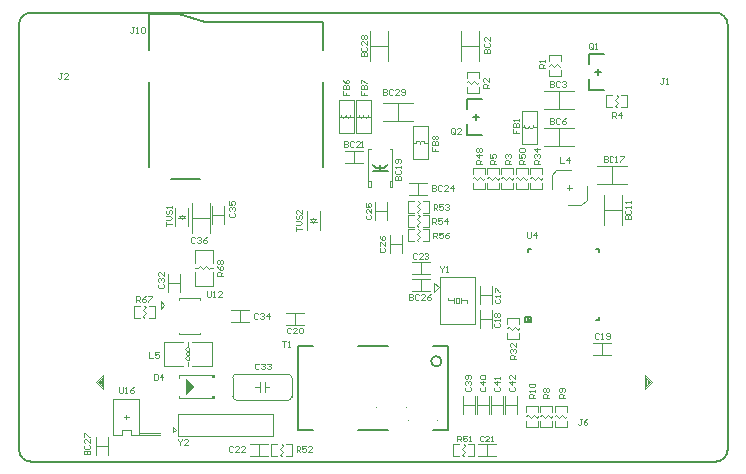
<source format=gto>
%FSLAX44Y44*%
%MOMM*%
G71*
G01*
G75*
%ADD10R,1.5000X0.4000*%
%ADD11R,0.6000X0.5000*%
%ADD12R,1.2000X1.6000*%
%ADD13R,0.5000X0.6000*%
%ADD14R,1.3970X1.3970*%
%ADD15R,1.2700X0.5080*%
%ADD16R,1.0160X0.8890*%
%ADD17R,0.8890X1.0160*%
%ADD18P,1.8385X4X90.0*%
%ADD19R,0.7000X0.6000*%
%ADD20R,1.4000X0.6000*%
%ADD21R,0.8000X1.6000*%
%ADD22R,1.2500X0.3000*%
%ADD23R,1.2000X1.4000*%
%ADD24R,1.2000X2.2000*%
%ADD25R,1.6000X1.4000*%
%ADD26R,1.1000X1.4000*%
%ADD27R,0.7000X1.6000*%
%ADD28R,1.0668X0.8128*%
G04:AMPARAMS|DCode=29|XSize=0.22mm|YSize=0.8mm|CornerRadius=0mm|HoleSize=0mm|Usage=FLASHONLY|Rotation=180.000|XOffset=0mm|YOffset=0mm|HoleType=Round|Shape=RoundedRectangle|*
%AMROUNDEDRECTD29*
21,1,0.2200,0.8000,0,0,180.0*
21,1,0.2200,0.8000,0,0,180.0*
1,1,0.0000,-0.1100,0.4000*
1,1,0.0000,0.1100,0.4000*
1,1,0.0000,0.1100,-0.4000*
1,1,0.0000,-0.1100,-0.4000*
%
%ADD29ROUNDEDRECTD29*%
%ADD30R,4.3000X4.3000*%
G04:AMPARAMS|DCode=31|XSize=0.22mm|YSize=0.8mm|CornerRadius=0mm|HoleSize=0mm|Usage=FLASHONLY|Rotation=270.000|XOffset=0mm|YOffset=0mm|HoleType=Round|Shape=RoundedRectangle|*
%AMROUNDEDRECTD31*
21,1,0.2200,0.8000,0,0,270.0*
21,1,0.2200,0.8000,0,0,270.0*
1,1,0.0000,-0.4000,-0.1100*
1,1,0.0000,-0.4000,0.1100*
1,1,0.0000,0.4000,0.1100*
1,1,0.0000,0.4000,-0.1100*
%
%ADD31ROUNDEDRECTD31*%
%ADD32R,0.8128X0.8128*%
%ADD33R,0.7600X1.5200*%
%ADD34R,1.2954X1.6002*%
%ADD35R,1.2000X1.2500*%
%ADD36R,2.4000X1.2500*%
%ADD37C,0.4000*%
%ADD38C,0.2000*%
%ADD39C,0.1270*%
%ADD40C,0.2540*%
%ADD41C,0.6000*%
%ADD42C,0.3000*%
%ADD43R,1.3000X1.2000*%
%ADD44C,0.0254*%
%ADD45C,1.5240*%
%ADD46R,1.5240X1.5240*%
G04:AMPARAMS|DCode=47|XSize=4mm|YSize=4mm|CornerRadius=2mm|HoleSize=0mm|Usage=FLASHONLY|Rotation=0.000|XOffset=0mm|YOffset=0mm|HoleType=Round|Shape=RoundedRectangle|*
%AMROUNDEDRECTD47*
21,1,4.0000,0.0000,0,0,0.0*
21,1,0.0000,4.0000,0,0,0.0*
1,1,4.0000,0.0000,0.0000*
1,1,4.0000,0.0000,0.0000*
1,1,4.0000,0.0000,0.0000*
1,1,4.0000,0.0000,0.0000*
%
%ADD47ROUNDEDRECTD47*%
%ADD48C,0.5000*%
%ADD49C,4.4000*%
%ADD50C,3.6000*%
%ADD51C,0.8000*%
%ADD52R,0.7250X2.3500*%
%ADD53P,1.8385X4X180.0*%
%ADD54R,0.8128X0.8128*%
%ADD55R,1.1000X0.5000*%
%ADD56R,0.6000X0.3500*%
%ADD57R,0.3500X0.6000*%
%ADD58R,0.3500X1.0000*%
%ADD59R,2.1500X6.3000*%
G04:AMPARAMS|DCode=60|XSize=2mm|YSize=2mm|CornerRadius=0mm|HoleSize=0mm|Usage=FLASHONLY|Rotation=180.000|XOffset=0mm|YOffset=0mm|HoleType=Round|Shape=RoundedRectangle|*
%AMROUNDEDRECTD60*
21,1,2.0000,2.0000,0,0,180.0*
21,1,2.0000,2.0000,0,0,180.0*
1,1,0.0000,-1.0000,1.0000*
1,1,0.0000,1.0000,1.0000*
1,1,0.0000,1.0000,-1.0000*
1,1,0.0000,-1.0000,-1.0000*
%
%ADD60ROUNDEDRECTD60*%
%ADD61R,1.3970X1.3970*%
%ADD62R,1.6000X2.2000*%
%ADD63R,2.1000X3.0000*%
%ADD64R,0.8000X2.1000*%
%ADD65R,1.0000X1.5000*%
%ADD66R,1.5000X0.8000*%
%ADD67R,0.7500X0.2000*%
%ADD68R,0.2000X0.7500*%
%ADD69R,0.5000X1.1000*%
%ADD70R,2.0320X0.6096*%
%ADD71O,2.0320X0.6096*%
%ADD72R,1.6000X1.2000*%
%ADD73C,0.8000*%
%ADD74R,1.9250X2.3500*%
%ADD75C,4.0000*%
%ADD76C,0.1200*%
%ADD77C,0.1250*%
%ADD78C,0.1524*%
%ADD79C,0.2032*%
%ADD80C,0.1000*%
G36*
X-151313Y-126717D02*
X-158250Y-133654D01*
Y-119779D01*
X-151313Y-126717D01*
D02*
G37*
D38*
X289941Y-190000D02*
G03*
X299941Y-180000I0J10000D01*
G01*
Y180000D02*
G03*
X289941Y190000I-10000J0D01*
G01*
X-300000Y-180000D02*
G03*
X-290000Y-190000I10000J0D01*
G01*
Y190000D02*
G03*
X-300000Y180000I0J-10000D01*
G01*
Y-180000D02*
Y180000D01*
X-290000Y-190000D02*
X289941Y-190000D01*
X300000Y-180000D02*
Y180000D01*
X-290000Y190000D02*
X289941Y190000D01*
X128428Y-67500D02*
X133178D01*
Y-72250D02*
Y-67500D01*
X130678Y-70000D02*
X133178D01*
X188178D02*
X190678D01*
Y-67500D01*
Y-12500D02*
Y-10000D01*
X188178D02*
X190678D01*
X130678Y-12500D02*
Y-10000D01*
X133178D01*
X130678Y-70000D02*
Y-67500D01*
X128428Y-72250D02*
Y-67500D01*
Y-72250D02*
X133178D01*
X-290000Y190000D02*
G03*
X-300000Y180000I0J-10000D01*
G01*
Y-180000D02*
G03*
X-290000Y-190000I10000J0D01*
G01*
X299941Y180000D02*
G03*
X289941Y190000I-10000J0D01*
G01*
Y-190000D02*
G03*
X299941Y-180000I0J10000D01*
G01*
X-290000Y190000D02*
X289941Y190000D01*
X-290000Y-190000D02*
X289941Y-190000D01*
X-300000Y-180000D02*
Y180000D01*
X300000Y-180000D02*
Y180000D01*
D39*
X57726Y-105140D02*
G03*
X57726Y-105140I-4387J0D01*
G01*
X-146883Y48951D02*
Y49471D01*
X-171353D02*
X-146883D01*
X-171353Y48951D02*
Y49471D01*
Y48951D02*
X-146883D01*
X-189629Y59448D02*
Y131448D01*
Y158448D02*
Y189188D01*
X-164629D01*
X-142629Y182188D01*
X-42629D01*
Y158448D02*
Y182188D01*
Y59448D02*
Y131448D01*
D44*
X28993Y-154584D02*
X29000D01*
X2493Y-143984D02*
X2500D01*
X27493D02*
X27500D01*
X53993Y-154584D02*
X54000D01*
D76*
X-119000Y-135000D02*
G03*
X-116000Y-138000I3000J0D01*
G01*
X-72000D02*
G03*
X-69000Y-135000I0J3000D01*
G01*
Y-119000D02*
G03*
X-72000Y-116000I-3000J0D01*
G01*
X-116000D02*
G03*
X-119000Y-119000I0J-3000D01*
G01*
X-198250Y-166250D02*
X-180250D01*
X-198250Y-167250D02*
X-180250D01*
X-220000D02*
Y-137250D01*
X-198250D01*
Y-167250D02*
Y-137250D01*
X-205000Y-167250D02*
X-198250D01*
X-205000D02*
Y-163250D01*
X-213000D02*
X-205000D01*
X-213000Y-167250D02*
Y-163250D01*
X-220000Y-167250D02*
X-213000D01*
X-211000Y-152250D02*
X-207000D01*
X-209000Y-154250D02*
Y-150250D01*
X-100000Y-127000D02*
X-96000D01*
X-92000D02*
X-88000D01*
X-92000Y-131000D02*
Y-123000D01*
X-96000Y-131000D02*
Y-123000D01*
X-119000Y-135000D02*
Y-119000D01*
X-116000Y-138000D02*
X-72000D01*
X-69000Y-135000D02*
Y-119000D01*
X-116000Y-116000D02*
X-72000D01*
X181000Y43000D02*
X181000Y31750D01*
X176250Y27000D02*
X181000Y31750D01*
X164750Y27000D02*
X176250Y27000D01*
X166000Y40000D02*
Y44000D01*
X164000Y42000D02*
X168000D01*
X151000Y41000D02*
Y53000D01*
X155000Y57000D02*
X167000D01*
X151000Y53000D02*
X155000Y57000D01*
X230200Y-128750D02*
X236200Y-122750D01*
X230200Y-128750D02*
Y-116750D01*
X236200Y-122750D01*
X231200Y-126250D02*
X234700Y-122750D01*
X231200Y-126250D02*
Y-119250D01*
X234700Y-122750D01*
X232200Y-123750D02*
X233200Y-122750D01*
X232200Y-123750D02*
Y-121750D01*
X233200Y-122750D01*
X86236Y-73611D02*
Y-33612D01*
X56236Y-73611D02*
X86236D01*
X56236D02*
Y-33612D01*
X86236D01*
X68236Y-55612D02*
Y-51611D01*
X70236Y-55612D02*
Y-51611D01*
Y-55612D02*
X72236D01*
Y-51611D01*
X70236D02*
X72236D01*
X74236Y-55612D02*
Y-51611D01*
X51236Y-38612D02*
X55236Y-42611D01*
X51236Y-46611D02*
Y-38612D01*
Y-46611D02*
X55236Y-42611D01*
X63236Y-53611D02*
X68236D01*
X63236D02*
Y-51611D01*
X74236Y-53611D02*
X79236D01*
Y-55612D02*
Y-53611D01*
X86236Y-73611D02*
Y-33612D01*
X56236Y-73611D02*
X86236D01*
X56236D02*
Y-33612D01*
X86236D01*
X-234950Y-122500D02*
X-228950Y-116500D01*
Y-128500D02*
Y-116500D01*
X-234950Y-122500D02*
X-228950Y-128500D01*
X-233450Y-122500D02*
X-229950Y-119000D01*
Y-126000D02*
Y-119000D01*
X-233450Y-122500D02*
X-229950Y-126000D01*
X-231950Y-122500D02*
X-230950Y-121500D01*
Y-123500D02*
Y-121500D01*
X-231950Y-122500D02*
X-230950Y-123500D01*
D77*
X-155204Y-102810D02*
G03*
X-155204Y-102810I-1796J0D01*
G01*
Y-99000D02*
G03*
X-155204Y-99000I-1796J0D01*
G01*
Y-95190D02*
G03*
X-155204Y-95190I-1796J0D01*
G01*
X43809Y78728D02*
G03*
X40000Y78731I-1904J637D01*
G01*
X39999Y78728D02*
G03*
X36190Y78731I-1904J637D01*
G01*
X-26809Y103272D02*
G03*
X-23000Y103269I1904J-637D01*
G01*
X-22999Y103272D02*
G03*
X-19190Y103269I1904J-637D01*
G01*
X-11809Y103272D02*
G03*
X-8000Y103269I1904J-637D01*
G01*
X-7999Y103272D02*
G03*
X-4190Y103269I1904J-637D01*
G01*
X132001Y94272D02*
G03*
X135810Y94269I1904J-637D01*
G01*
X128191Y94272D02*
G03*
X132000Y94269I1904J-637D01*
G01*
X-163920Y-39000D02*
Y-31380D01*
X-174080Y-39000D02*
X-163920D01*
X-174080D02*
Y-31380D01*
X-163920Y-46620D02*
Y-39000D01*
X-174080D02*
X-163920D01*
X-174080Y-46620D02*
Y-39000D01*
X-120620Y-61920D02*
X-113000D01*
Y-72080D02*
Y-61920D01*
X-120620Y-72080D02*
X-113000D01*
Y-61920D02*
X-105380D01*
X-113000Y-72080D02*
Y-61920D01*
Y-72080D02*
X-105380D01*
X-177320Y-109160D02*
X-160810D01*
X-177320D02*
Y-88840D01*
X-160810D01*
X-153190D02*
X-136680D01*
Y-109160D02*
Y-88840D01*
X-153190Y-109160D02*
X-136680D01*
X-157000Y-92650D02*
Y-88840D01*
Y-109160D02*
Y-105350D01*
X-202890Y-57920D02*
X-197810D01*
X-202890Y-68080D02*
Y-57920D01*
Y-68080D02*
X-197810D01*
X-190190Y-57920D02*
X-185110D01*
Y-68080D02*
Y-57920D01*
X-190190Y-68080D02*
X-185110D01*
X-194000Y-57920D02*
X-192730Y-59190D01*
X-195270Y-61730D02*
X-192730Y-59190D01*
X-195270Y-61730D02*
X-192730Y-64270D01*
X-195270Y-66810D02*
X-192730Y-64270D01*
X-195270Y-66810D02*
X-194000Y-68080D01*
X-164890Y-53030D02*
Y-51760D01*
X-147110D01*
Y-53030D02*
Y-51760D01*
X-164890Y-82240D02*
Y-80970D01*
Y-82240D02*
X-147110D01*
Y-80970D01*
X-180000Y-60500D02*
X-177000Y-57500D01*
X-180000Y-60500D02*
Y-54500D01*
X-177000Y-57500D01*
X210620Y10300D02*
Y35700D01*
X195380Y10300D02*
Y35700D01*
Y23000D02*
X210620D01*
X144300Y77380D02*
X169700D01*
X144300Y92620D02*
X169700D01*
X157000Y77380D02*
Y92620D01*
X189300Y45380D02*
X214700D01*
X189300Y60620D02*
X214700D01*
X202000Y45380D02*
Y60620D01*
X-164270Y18000D02*
X-159730D01*
X-164270D02*
X-162000Y15730D01*
X-159730Y18000D01*
X-167500Y9000D02*
Y25000D01*
X-156500Y9000D02*
Y25000D01*
X-165000Y16000D02*
X-159000D01*
X-162033Y15000D02*
Y16000D01*
X-162000Y18000D02*
Y19000D01*
X-153620Y16000D02*
X-138380D01*
Y3300D02*
Y28700D01*
X-153620Y3300D02*
Y28700D01*
X-66000Y-74080D02*
X-58380D01*
X-66000D02*
Y-63920D01*
X-58380D01*
X-73620Y-74080D02*
X-66000D01*
Y-63920D01*
X-73620D02*
X-66000D01*
X-165000Y-150000D02*
X-85000D01*
Y-168000D02*
Y-150000D01*
X-165000Y-168000D02*
X-85000D01*
X-165000D02*
Y-150000D01*
X-170000Y-161000D02*
X-167000Y-163000D01*
X-170000Y-165000D02*
Y-161000D01*
Y-165000D02*
X-167000Y-163000D01*
X89350Y148800D02*
Y174200D01*
X74110Y148800D02*
Y174200D01*
Y161500D02*
X89350D01*
X-16708Y62648D02*
X-9088D01*
X-16708D02*
Y72808D01*
X-9088D01*
X-24328Y62648D02*
X-16708D01*
Y72808D01*
X-24328D02*
X-16708D01*
X32448Y-20731D02*
X40068D01*
Y-30891D02*
Y-20731D01*
X32448Y-30891D02*
X40068D01*
Y-20731D02*
X47688D01*
X40068Y-30891D02*
Y-20731D01*
Y-30891D02*
X47688D01*
X13812Y-13487D02*
Y-5867D01*
X23972D01*
Y-13487D02*
Y-5867D01*
X13812D02*
Y1753D01*
Y-5867D02*
X23972D01*
Y1753D01*
X41861Y-3661D02*
X46941D01*
Y6499D01*
X41861D02*
X46941D01*
X29161Y-3661D02*
X34241D01*
X29161D02*
Y6499D01*
X34241D01*
X36781Y-2392D02*
X38051Y-3661D01*
X36781Y-2392D02*
X39321Y148D01*
X36781Y2688D02*
X39321Y148D01*
X36781Y2688D02*
X39321Y5228D01*
X38051Y6499D02*
X39321Y5228D01*
X75183Y-184284D02*
X76453Y-185554D01*
X75183Y-184284D02*
X77723Y-181744D01*
X75183Y-179204D02*
X77723Y-181744D01*
X75183Y-179204D02*
X77723Y-176664D01*
X76453Y-175394D02*
X77723Y-176664D01*
X80263Y-185554D02*
X85343D01*
Y-175394D01*
X80263D02*
X85343D01*
X67563Y-185554D02*
X72643D01*
X67563D02*
Y-175394D01*
X72643D01*
X88380D02*
X96000D01*
Y-185554D02*
Y-175394D01*
X88380Y-185554D02*
X96000D01*
Y-175394D02*
X103620D01*
X96000Y-185554D02*
Y-175394D01*
Y-185554D02*
X103620D01*
X-77553Y-175394D02*
X-76283Y-176664D01*
X-78823Y-179204D02*
X-76283Y-176664D01*
X-78823Y-179204D02*
X-76283Y-181744D01*
X-78823Y-184284D02*
X-76283Y-181744D01*
X-78823Y-184284D02*
X-77553Y-185554D01*
X-86443Y-175394D02*
X-81363D01*
X-86443Y-185554D02*
Y-175394D01*
Y-185554D02*
X-81363D01*
X-73743Y-175394D02*
X-68663D01*
Y-185554D02*
Y-175394D01*
X-73743Y-185554D02*
X-68663D01*
X-97100D02*
X-89480D01*
X-97100D02*
Y-175394D01*
X-89480D01*
X-104720Y-185554D02*
X-97100D01*
Y-175394D01*
X-104720D02*
X-97100D01*
X130810Y53540D02*
Y58620D01*
X120650D02*
X130810D01*
X120650Y53540D02*
Y58620D01*
X130810Y40840D02*
Y45920D01*
X120650Y40840D02*
X130810D01*
X120650D02*
Y45920D01*
X129540Y48460D02*
X130810Y49730D01*
X127000Y51000D02*
X129540Y48460D01*
X124460D02*
X127000Y51000D01*
X121920D02*
X124460Y48460D01*
X120650Y49730D02*
X121920Y51000D01*
X84402Y40840D02*
Y45920D01*
Y40840D02*
X94562D01*
Y45920D01*
X84402Y53540D02*
Y58620D01*
X94562D01*
Y53540D02*
Y58620D01*
X84402Y49730D02*
X85672Y51000D01*
X88212Y48460D01*
X90752Y51000D01*
X93292Y48460D01*
X94562Y49730D01*
X123436Y-73190D02*
Y-68110D01*
X113276D02*
X123436D01*
X113276Y-73190D02*
Y-68110D01*
X123436Y-85890D02*
Y-80810D01*
X113276Y-85890D02*
X123436D01*
X113276D02*
Y-80810D01*
X122166Y-78270D02*
X123436Y-77000D01*
X119626Y-75730D02*
X122166Y-78270D01*
X117086D02*
X119626Y-75730D01*
X114546D02*
X117086Y-78270D01*
X113276Y-77000D02*
X114546Y-75730D01*
X96344Y40840D02*
Y45920D01*
Y40840D02*
X106504D01*
Y45920D01*
X96344Y53540D02*
Y58620D01*
X106504D01*
Y53540D02*
Y58620D01*
X96344Y49730D02*
X97614Y51000D01*
X100154Y48460D01*
X102694Y51000D01*
X105234Y48460D01*
X106504Y49730D01*
X108364Y40840D02*
Y45920D01*
Y40840D02*
X118524D01*
Y45920D01*
X108364Y53540D02*
Y58620D01*
X118524D01*
Y53540D02*
Y58620D01*
X108364Y49730D02*
X109634Y51000D01*
X112174Y48460D01*
X114714Y51000D01*
X117254Y48460D01*
X118524Y49730D01*
X100210Y-69121D02*
Y-61501D01*
X90050Y-69121D02*
X100210D01*
X90050D02*
Y-61501D01*
X100210Y-76741D02*
Y-69121D01*
X90050D02*
X100210D01*
X90050Y-76741D02*
Y-69121D01*
X89969Y-56686D02*
Y-49066D01*
X100129D01*
Y-56686D02*
Y-49066D01*
X89969D02*
Y-41446D01*
Y-49066D02*
X100129D01*
Y-41446D01*
X132717Y40840D02*
Y45920D01*
Y40840D02*
X142877D01*
Y45920D01*
X132717Y53540D02*
Y58620D01*
X142877D01*
Y53540D02*
Y58620D01*
X132717Y49730D02*
X133987Y51000D01*
X136527Y48460D01*
X139067Y51000D01*
X141607Y48460D01*
X142877Y49730D01*
X-235080Y-184620D02*
Y-177000D01*
X-224920D01*
Y-184620D02*
Y-177000D01*
X-235080D02*
Y-169380D01*
Y-177000D02*
X-224920D01*
Y-169380D01*
X-126188Y19106D02*
Y26726D01*
X-136348Y19106D02*
X-126188D01*
X-136348D02*
Y26726D01*
X-126188Y11486D02*
Y19106D01*
X-136348D02*
X-126188D01*
X-136348Y11486D02*
Y19106D01*
X-51000Y15000D02*
Y16000D01*
X-51033Y12000D02*
Y13000D01*
X-54000D02*
X-48000D01*
X-45500Y6000D02*
Y22000D01*
X-56500Y6000D02*
Y22000D01*
X-51000Y12730D02*
X-48730Y15000D01*
X-53270D02*
X-51000Y12730D01*
X-53270Y15000D02*
X-48730D01*
X194000Y-100080D02*
X201620D01*
X194000D02*
Y-89920D01*
X201620D01*
X186380Y-100080D02*
X194000D01*
Y-89920D01*
X186380D02*
X194000D01*
X206000Y120080D02*
X207270Y118810D01*
X204730Y116270D02*
X207270Y118810D01*
X204730Y116270D02*
X207270Y113730D01*
X204730Y111190D02*
X207270Y113730D01*
X204730Y111190D02*
X206000Y109920D01*
X197110Y120080D02*
X202190D01*
X197110Y109920D02*
Y120080D01*
Y109920D02*
X202190D01*
X209810Y120080D02*
X214890D01*
Y109920D02*
Y120080D01*
X209810Y109920D02*
X214890D01*
X11252Y21990D02*
Y29610D01*
X1092Y21990D02*
X11252D01*
X1092D02*
Y29610D01*
X11252Y14370D02*
Y21990D01*
X1092D02*
X11252D01*
X1092Y14370D02*
Y21990D01*
X33650Y69840D02*
Y93970D01*
X46350D01*
Y66030D02*
Y93970D01*
X33650Y66030D02*
X46350D01*
X33650D02*
Y69840D01*
X43810Y80000D02*
X46000D01*
X34000D02*
X36190D01*
X141360Y-160700D02*
Y-155620D01*
Y-160700D02*
X151520D01*
Y-155620D01*
X141360Y-148000D02*
Y-142920D01*
X151520D01*
Y-148000D02*
Y-142920D01*
X141360Y-151810D02*
X142630Y-150540D01*
X145170Y-153080D01*
X147710Y-150540D01*
X150250Y-153080D01*
X151520Y-151810D01*
X129360Y-160700D02*
Y-155620D01*
Y-160700D02*
X139520D01*
Y-155620D01*
X129360Y-148000D02*
Y-142920D01*
X139520D01*
Y-148000D02*
Y-142920D01*
X129360Y-151810D02*
X130630Y-150540D01*
X133170Y-153080D01*
X135710Y-150540D01*
X138250Y-153080D01*
X139520Y-151810D01*
X153530Y-160700D02*
Y-155620D01*
Y-160700D02*
X163690D01*
Y-155620D01*
X153530Y-148000D02*
Y-142920D01*
X163690D01*
Y-148000D02*
Y-142920D01*
X153530Y-151810D02*
X154800Y-150540D01*
X157340Y-153080D01*
X159880Y-150540D01*
X162420Y-153080D01*
X163690Y-151810D01*
X36781Y9852D02*
X38051Y8582D01*
X36781Y9852D02*
X39321Y12392D01*
X36781Y14932D02*
X39321Y12392D01*
X36781Y14932D02*
X39321Y17472D01*
X38051Y18742D02*
X39321Y17472D01*
X41861Y8582D02*
X46941D01*
Y18742D01*
X41861D02*
X46941D01*
X29161Y8582D02*
X34241D01*
X29161D02*
Y18742D01*
X34241D01*
X36633Y21683D02*
X37903Y20413D01*
X36633Y21683D02*
X39173Y24223D01*
X36633Y26763D02*
X39173Y24223D01*
X36633Y26763D02*
X39173Y29303D01*
X37903Y30573D02*
X39173Y29303D01*
X41713Y20413D02*
X46793D01*
Y30573D01*
X41713D02*
X46793D01*
X29013Y20413D02*
X34093D01*
X29013D02*
Y30573D01*
X34093D01*
X30380Y46080D02*
X38000D01*
Y35920D02*
Y46080D01*
X30380Y35920D02*
X38000D01*
Y46080D02*
X45620D01*
X38000Y35920D02*
Y46080D01*
Y35920D02*
X45620D01*
X32448Y-35437D02*
X40068D01*
Y-45597D02*
Y-35437D01*
X32448Y-45597D02*
X40068D01*
Y-35437D02*
X47688D01*
X40068Y-45597D02*
Y-35437D01*
Y-45597D02*
X47688D01*
X89080Y134810D02*
Y139890D01*
X78920D02*
X89080D01*
X78920Y134810D02*
Y139890D01*
X89080Y122110D02*
Y127190D01*
X78920Y122110D02*
X89080D01*
X78920D02*
Y127190D01*
X87810Y129730D02*
X89080Y131000D01*
X85270Y132270D02*
X87810Y129730D01*
X82730D02*
X85270Y132270D01*
X80190D02*
X82730Y129730D01*
X78920Y131000D02*
X80190Y132270D01*
X159080Y148810D02*
Y153890D01*
X148920D02*
X159080D01*
X148920Y148810D02*
Y153890D01*
X159080Y136110D02*
Y141190D01*
X148920Y136110D02*
X159080D01*
X148920D02*
Y141190D01*
X157810Y143730D02*
X159080Y145000D01*
X155270Y146270D02*
X157810Y143730D01*
X152730D02*
X155270Y146270D01*
X150190D02*
X152730Y143730D01*
X148920Y145000D02*
X150190Y146270D01*
X-16650Y88030D02*
Y112160D01*
X-29350Y88030D02*
X-16650D01*
X-29350D02*
Y115970D01*
X-16650D01*
Y112160D02*
Y115970D01*
X-29000Y102000D02*
X-26810D01*
X-19190D02*
X-17000D01*
X-1650Y88030D02*
Y112160D01*
X-14350Y88030D02*
X-1650D01*
X-14350D02*
Y115970D01*
X-1650D01*
Y112160D02*
Y115970D01*
X-14000Y102000D02*
X-11810D01*
X-4190D02*
X-2000D01*
X8300Y98380D02*
X33700D01*
X8300Y113620D02*
X33700D01*
X21000Y98380D02*
Y113620D01*
X13812Y42368D02*
X15811D01*
Y74367D01*
X13812D02*
X15811D01*
X-4189D02*
X-2190D01*
X-4189Y42368D02*
Y74367D01*
Y42368D02*
X-2190D01*
X13812D02*
Y47366D01*
X15811D01*
Y42368D02*
Y47366D01*
X13812Y42368D02*
X15811D01*
X-4189D02*
Y47366D01*
X-2190D01*
Y42368D02*
Y47366D01*
X-4189Y42368D02*
X-2190D01*
X157000Y108380D02*
Y123620D01*
X144300Y108380D02*
X169700D01*
X144300Y123620D02*
X169700D01*
X86080Y-142000D02*
Y-134380D01*
X75920Y-142000D02*
X86080D01*
X75920D02*
Y-134380D01*
X86080Y-149620D02*
Y-142000D01*
X75920D02*
X86080D01*
X75920Y-149620D02*
Y-142000D01*
X98080D02*
Y-134380D01*
X87920Y-142000D02*
X98080D01*
X87920D02*
Y-134380D01*
X98080Y-149620D02*
Y-142000D01*
X87920D02*
X98080D01*
X87920Y-149620D02*
Y-142000D01*
X110080D02*
Y-134380D01*
X99920Y-142000D02*
X110080D01*
X99920D02*
Y-134380D01*
X110080Y-149620D02*
Y-142000D01*
X99920D02*
X110080D01*
X99920Y-149620D02*
Y-142000D01*
X122080D02*
Y-134380D01*
X111920Y-142000D02*
X122080D01*
X111920D02*
Y-134380D01*
X122080Y-149620D02*
Y-142000D01*
X111920D02*
X122080D01*
X111920Y-149620D02*
Y-142000D01*
X-136750Y-118717D02*
X-134500D01*
X-136750Y-134717D02*
X-134500D01*
X-135500Y-136217D02*
Y-134717D01*
X-135500Y-118717D02*
X-135500Y-116967D01*
X-164500Y-136467D02*
X-134500D01*
X-164500Y-116967D02*
X-134500D01*
Y-118717D02*
Y-116967D01*
Y-136467D02*
Y-134717D01*
X-136750Y-118717D02*
X-136750Y-116967D01*
Y-136217D02*
Y-134717D01*
X-164500Y-118967D02*
Y-116967D01*
Y-136467D02*
Y-134467D01*
X12620Y148800D02*
Y174200D01*
X-2620Y148800D02*
Y174200D01*
Y161500D02*
X12620D01*
X-135380Y-22190D02*
Y-10760D01*
X-150620D02*
X-135380D01*
X-150620Y-22190D02*
Y-10760D01*
X-135380Y-41240D02*
Y-29810D01*
X-150620Y-41240D02*
X-135380D01*
X-150620D02*
Y-29810D01*
X-137920Y-26000D02*
X-135380D01*
X-139190Y-27270D02*
X-137920Y-26000D01*
X-141730Y-24730D02*
X-139190Y-27270D01*
X-144270D02*
X-141730Y-24730D01*
X-146810D02*
X-144270Y-27270D01*
X-148080Y-26000D02*
X-146810Y-24730D01*
X-150620Y-26000D02*
X-148080D01*
X135810Y93000D02*
X138000D01*
X126000D02*
X128190D01*
X138350Y103160D02*
Y106970D01*
X125650D02*
X138350D01*
X125650Y79030D02*
Y106970D01*
Y79030D02*
X138350D01*
Y103160D01*
D78*
X-697Y61074D02*
G03*
X12206Y61193I6408J4789D01*
G01*
X5711Y58499D02*
Y61117D01*
X-639Y55705D02*
X12061D01*
D79*
X87076Y99447D02*
Y104451D01*
X79456Y86709D02*
Y95599D01*
Y108299D02*
Y117189D01*
X84574Y101949D02*
X89578D01*
X79456Y86709D02*
X92156D01*
X79456Y117189D02*
X92156D01*
X190076Y137447D02*
Y142451D01*
X182456Y124709D02*
Y133599D01*
Y146299D02*
Y155189D01*
X187574Y139949D02*
X192578D01*
X182456Y124709D02*
X195156D01*
X182456Y155189D02*
X195156D01*
X63500Y-163550D02*
Y-92450D01*
X-12700Y-92440D02*
X12700D01*
X-63500Y-163550D02*
Y-92450D01*
X-12700Y-163560D02*
X12700D01*
X50800D02*
X63500Y-163550D01*
X-63500D02*
X-50800Y-163560D01*
X50800Y-92440D02*
X63500Y-92450D01*
X-63500D02*
X-50800Y-92440D01*
D80*
X115835Y-126668D02*
X115002Y-127501D01*
Y-129167D01*
X115835Y-130000D01*
X119167D01*
X120000Y-129167D01*
Y-127501D01*
X119167Y-126668D01*
X120000Y-122502D02*
X115002D01*
X117501Y-125002D01*
Y-121669D01*
X120000Y-116671D02*
Y-120003D01*
X116668Y-116671D01*
X115835D01*
X115002Y-117504D01*
Y-119170D01*
X115835Y-120003D01*
X102835Y-126668D02*
X102002Y-127501D01*
Y-129167D01*
X102835Y-130000D01*
X106167D01*
X107000Y-129167D01*
Y-127501D01*
X106167Y-126668D01*
X107000Y-122502D02*
X102002D01*
X104501Y-125002D01*
Y-121669D01*
X107000Y-120003D02*
Y-118337D01*
Y-119170D01*
X102002D01*
X102835Y-120003D01*
X90835Y-126668D02*
X90002Y-127501D01*
Y-129167D01*
X90835Y-130000D01*
X94167D01*
X95000Y-129167D01*
Y-127501D01*
X94167Y-126668D01*
X95000Y-122502D02*
X90002D01*
X92501Y-125002D01*
Y-121669D01*
X90835Y-120003D02*
X90002Y-119170D01*
Y-117504D01*
X90835Y-116671D01*
X94167D01*
X95000Y-117504D01*
Y-119170D01*
X94167Y-120003D01*
X90835D01*
X78835Y-126668D02*
X78002Y-127501D01*
Y-129167D01*
X78835Y-130000D01*
X82167D01*
X83000Y-129167D01*
Y-127501D01*
X82167Y-126668D01*
X78835Y-125002D02*
X78002Y-124169D01*
Y-122502D01*
X78835Y-121669D01*
X79668D01*
X80501Y-122502D01*
Y-123336D01*
Y-122502D01*
X81334Y-121669D01*
X82167D01*
X83000Y-122502D01*
Y-124169D01*
X82167Y-125002D01*
Y-120003D02*
X83000Y-119170D01*
Y-117504D01*
X82167Y-116671D01*
X78835D01*
X78002Y-117504D01*
Y-119170D01*
X78835Y-120003D01*
X79668D01*
X80501Y-119170D01*
Y-116671D01*
X56236Y-24113D02*
Y-24946D01*
X57903Y-26613D01*
X59569Y-24946D01*
Y-24113D01*
X57903Y-26613D02*
Y-29112D01*
X61235D02*
X62901D01*
X62068D01*
Y-24113D01*
X61235Y-24946D01*
X-215000Y-127002D02*
Y-131167D01*
X-214167Y-132000D01*
X-212501D01*
X-211668Y-131167D01*
Y-127002D01*
X-210002Y-132000D02*
X-208335D01*
X-209169D01*
Y-127002D01*
X-210002Y-127835D01*
X-202504Y-127002D02*
X-204170Y-127835D01*
X-205836Y-129501D01*
Y-131167D01*
X-205003Y-132000D01*
X-203337D01*
X-202504Y-131167D01*
Y-130334D01*
X-203337Y-129501D01*
X-205836D01*
X-141000Y-46002D02*
Y-50167D01*
X-140167Y-51000D01*
X-138501D01*
X-137668Y-50167D01*
Y-46002D01*
X-136002Y-51000D02*
X-134335D01*
X-135169D01*
Y-46002D01*
X-136002Y-46835D01*
X-128504Y-51000D02*
X-131836D01*
X-128504Y-47668D01*
Y-46835D01*
X-129337Y-46002D01*
X-131003D01*
X-131836Y-46835D01*
X130378Y4542D02*
Y377D01*
X131211Y-456D01*
X132877D01*
X133710Y377D01*
Y4542D01*
X137876Y-456D02*
Y4542D01*
X135376Y2043D01*
X138709D01*
X-65420Y5000D02*
Y8332D01*
Y6666D01*
X-60422D01*
X-65420Y9998D02*
X-62088D01*
X-60422Y11665D01*
X-62088Y13331D01*
X-65420D01*
X-64587Y18329D02*
X-65420Y17496D01*
Y15830D01*
X-64587Y14997D01*
X-63754D01*
X-62921Y15830D01*
Y17496D01*
X-62088Y18329D01*
X-61255D01*
X-60422Y17496D01*
Y15830D01*
X-61255Y14997D01*
X-60422Y23327D02*
Y19995D01*
X-63754Y23327D01*
X-64587D01*
X-65420Y22494D01*
Y20828D01*
X-64587Y19995D01*
X-175329Y9342D02*
Y12674D01*
Y11008D01*
X-170331D01*
X-175329Y14340D02*
X-171997D01*
X-170331Y16006D01*
X-171997Y17672D01*
X-175329D01*
X-174496Y22671D02*
X-175329Y21837D01*
Y20171D01*
X-174496Y19338D01*
X-173663D01*
X-172830Y20171D01*
Y21837D01*
X-171997Y22671D01*
X-171164D01*
X-170331Y21837D01*
Y20171D01*
X-171164Y19338D01*
X-170331Y24337D02*
Y26003D01*
Y25170D01*
X-175329D01*
X-174496Y24337D01*
X-77270Y-88160D02*
X-73938D01*
X-75604D01*
Y-93158D01*
X-72272D02*
X-70606D01*
X-71439D01*
Y-88160D01*
X-72272Y-88993D01*
X-200897Y-54949D02*
Y-49950D01*
X-198398D01*
X-197565Y-50783D01*
Y-52449D01*
X-198398Y-53283D01*
X-200897D01*
X-199231D02*
X-197565Y-54949D01*
X-192566Y-49950D02*
X-194233Y-50783D01*
X-195899Y-52449D01*
Y-54116D01*
X-195065Y-54949D01*
X-193399D01*
X-192566Y-54116D01*
Y-53283D01*
X-193399Y-52449D01*
X-195899D01*
X-190900Y-49950D02*
X-187568D01*
Y-50783D01*
X-190900Y-54116D01*
Y-54949D01*
X50588Y-1091D02*
Y3907D01*
X53087D01*
X53920Y3074D01*
Y1408D01*
X53087Y575D01*
X50588D01*
X52254D02*
X53920Y-1091D01*
X58919Y3907D02*
X55586D01*
Y1408D01*
X57252Y2241D01*
X58086D01*
X58919Y1408D01*
Y-258D01*
X58086Y-1091D01*
X56420D01*
X55586Y-258D01*
X63917Y3907D02*
X62251Y3074D01*
X60585Y1408D01*
Y-258D01*
X61418Y-1091D01*
X63084D01*
X63917Y-258D01*
Y575D01*
X63084Y1408D01*
X60585D01*
X49954Y11193D02*
Y16191D01*
X52453D01*
X53286Y15358D01*
Y13692D01*
X52453Y12859D01*
X49954D01*
X51620D02*
X53286Y11193D01*
X58285Y16191D02*
X54952D01*
Y13692D01*
X56618Y14525D01*
X57452D01*
X58285Y13692D01*
Y12026D01*
X57452Y11193D01*
X55785D01*
X54952Y12026D01*
X62450Y11193D02*
Y16191D01*
X59951Y13692D01*
X63283D01*
X51000Y23000D02*
Y27998D01*
X53499D01*
X54332Y27165D01*
Y25499D01*
X53499Y24666D01*
X51000D01*
X52666D02*
X54332Y23000D01*
X59331Y27998D02*
X55998D01*
Y25499D01*
X57664Y26332D01*
X58498D01*
X59331Y25499D01*
Y23833D01*
X58498Y23000D01*
X56831D01*
X55998Y23833D01*
X60997Y27165D02*
X61830Y27998D01*
X63496D01*
X64329Y27165D01*
Y26332D01*
X63496Y25499D01*
X62663D01*
X63496D01*
X64329Y24666D01*
Y23833D01*
X63496Y23000D01*
X61830D01*
X60997Y23833D01*
X-65000Y-182162D02*
Y-177163D01*
X-62501D01*
X-61668Y-177996D01*
Y-179662D01*
X-62501Y-180495D01*
X-65000D01*
X-63334D02*
X-61668Y-182162D01*
X-56669Y-177163D02*
X-60002D01*
Y-179662D01*
X-58335Y-178829D01*
X-57502D01*
X-56669Y-179662D01*
Y-181329D01*
X-57502Y-182162D01*
X-59169D01*
X-60002Y-181329D01*
X-51671Y-182162D02*
X-55003D01*
X-51671Y-178829D01*
Y-177996D01*
X-52504Y-177163D01*
X-54170D01*
X-55003Y-177996D01*
X71000Y-173000D02*
Y-168002D01*
X73499D01*
X74332Y-168835D01*
Y-170501D01*
X73499Y-171334D01*
X71000D01*
X72666D02*
X74332Y-173000D01*
X79331Y-168002D02*
X75998D01*
Y-170501D01*
X77664Y-169668D01*
X78498D01*
X79331Y-170501D01*
Y-172167D01*
X78498Y-173000D01*
X76831D01*
X75998Y-172167D01*
X80997Y-173000D02*
X82663D01*
X81830D01*
Y-168002D01*
X80997Y-168835D01*
X128466Y62037D02*
X123467D01*
Y64536D01*
X124300Y65370D01*
X125967D01*
X126800Y64536D01*
Y62037D01*
Y63703D02*
X128466Y65370D01*
X123467Y70368D02*
Y67036D01*
X125967D01*
X125133Y68702D01*
Y69535D01*
X125967Y70368D01*
X127633D01*
X128466Y69535D01*
Y67869D01*
X127633Y67036D01*
X124300Y72034D02*
X123467Y72867D01*
Y74533D01*
X124300Y75366D01*
X127633D01*
X128466Y74533D01*
Y72867D01*
X127633Y72034D01*
X124300D01*
X92154Y62037D02*
X87155D01*
Y64536D01*
X87988Y65370D01*
X89655D01*
X90488Y64536D01*
Y62037D01*
Y63703D02*
X92154Y65370D01*
Y69535D02*
X87155D01*
X89655Y67036D01*
Y70368D01*
X87988Y72034D02*
X87155Y72867D01*
Y74533D01*
X87988Y75366D01*
X88821D01*
X89655Y74533D01*
X90488Y75366D01*
X91321D01*
X92154Y74533D01*
Y72867D01*
X91321Y72034D01*
X90488D01*
X89655Y72867D01*
X88821Y72034D01*
X87988D01*
X89655Y72867D02*
Y74533D01*
X121000Y-103010D02*
X116002D01*
Y-100511D01*
X116835Y-99678D01*
X118501D01*
X119334Y-100511D01*
Y-103010D01*
Y-101344D02*
X121000Y-99678D01*
X116835Y-98012D02*
X116002Y-97179D01*
Y-95513D01*
X116835Y-94680D01*
X117668D01*
X118501Y-95513D01*
Y-96346D01*
Y-95513D01*
X119334Y-94680D01*
X120167D01*
X121000Y-95513D01*
Y-97179D01*
X120167Y-98012D01*
X121000Y-89681D02*
Y-93014D01*
X117668Y-89681D01*
X116835D01*
X116002Y-90514D01*
Y-92181D01*
X116835Y-93014D01*
X137000Y-136431D02*
X132002D01*
Y-133932D01*
X132835Y-133099D01*
X134501D01*
X135334Y-133932D01*
Y-136431D01*
Y-134765D02*
X137000Y-133099D01*
Y-131433D02*
Y-129767D01*
Y-130600D01*
X132002D01*
X132835Y-131433D01*
Y-127268D02*
X132002Y-126435D01*
Y-124769D01*
X132835Y-123935D01*
X136167D01*
X137000Y-124769D01*
Y-126435D01*
X136167Y-127268D01*
X132835D01*
X162000Y-136431D02*
X157002D01*
Y-133932D01*
X157835Y-133099D01*
X159501D01*
X160334Y-133932D01*
Y-136431D01*
Y-134765D02*
X162000Y-133099D01*
X161167Y-131433D02*
X162000Y-130600D01*
Y-128934D01*
X161167Y-128101D01*
X157835D01*
X157002Y-128934D01*
Y-130600D01*
X157835Y-131433D01*
X158668D01*
X159501Y-130600D01*
Y-128101D01*
X149000Y-136000D02*
X144002D01*
Y-133501D01*
X144835Y-132668D01*
X146501D01*
X147334Y-133501D01*
Y-136000D01*
Y-134334D02*
X149000Y-132668D01*
X144835Y-131002D02*
X144002Y-130169D01*
Y-128503D01*
X144835Y-127669D01*
X145668D01*
X146501Y-128503D01*
X147334Y-127669D01*
X148167D01*
X149000Y-128503D01*
Y-130169D01*
X148167Y-131002D01*
X147334D01*
X146501Y-130169D01*
X145668Y-131002D01*
X144835D01*
X146501Y-130169D02*
Y-128503D01*
X104045Y62165D02*
X99046D01*
Y64664D01*
X99879Y65497D01*
X101545D01*
X102379Y64664D01*
Y62165D01*
Y63831D02*
X104045Y65497D01*
X99046Y70496D02*
Y67164D01*
X101545D01*
X100712Y68830D01*
Y69663D01*
X101545Y70496D01*
X103211D01*
X104045Y69663D01*
Y67997D01*
X103211Y67164D01*
X202000Y101000D02*
Y105998D01*
X204499D01*
X205332Y105165D01*
Y103499D01*
X204499Y102666D01*
X202000D01*
X203666D02*
X205332Y101000D01*
X209498D02*
Y105998D01*
X206998Y103499D01*
X210331D01*
X116191Y62293D02*
X111193D01*
Y64792D01*
X112026Y65625D01*
X113692D01*
X114525Y64792D01*
Y62293D01*
Y63959D02*
X116191Y65625D01*
X112026Y67291D02*
X111193Y68124D01*
Y69791D01*
X112026Y70624D01*
X112859D01*
X113692Y69791D01*
Y68958D01*
Y69791D01*
X114525Y70624D01*
X115358D01*
X116191Y69791D01*
Y68124D01*
X115358Y67291D01*
X98000Y126000D02*
X93002D01*
Y128499D01*
X93835Y129332D01*
X95501D01*
X96334Y128499D01*
Y126000D01*
Y127666D02*
X98000Y129332D01*
Y134331D02*
Y130998D01*
X94668Y134331D01*
X93835D01*
X93002Y133497D01*
Y131831D01*
X93835Y130998D01*
X145500Y143003D02*
X140502D01*
Y145502D01*
X141335Y146335D01*
X143001D01*
X143834Y145502D01*
Y143003D01*
Y144669D02*
X145500Y146335D01*
Y148001D02*
Y149667D01*
Y148834D01*
X140502D01*
X141335Y148001D01*
X69332Y87833D02*
Y91165D01*
X68499Y91998D01*
X66833D01*
X66000Y91165D01*
Y87833D01*
X66833Y87000D01*
X68499D01*
X67666Y88666D02*
X69332Y87000D01*
X68499D02*
X69332Y87833D01*
X74331Y87000D02*
X70998D01*
X74331Y90332D01*
Y91165D01*
X73498Y91998D01*
X71831D01*
X70998Y91165D01*
X186332Y160346D02*
Y163678D01*
X185499Y164512D01*
X183833D01*
X183000Y163678D01*
Y160346D01*
X183833Y159513D01*
X185499D01*
X184666Y161179D02*
X186332Y159513D01*
X185499D02*
X186332Y160346D01*
X187998Y159513D02*
X189664D01*
X188831D01*
Y164512D01*
X187998Y163678D01*
X-190000Y-97002D02*
Y-102000D01*
X-186668D01*
X-181669Y-97002D02*
X-185002D01*
Y-99501D01*
X-183335Y-98668D01*
X-182502D01*
X-181669Y-99501D01*
Y-101167D01*
X-182502Y-102000D01*
X-184169D01*
X-185002Y-101167D01*
X158000Y67998D02*
Y63000D01*
X161332D01*
X165497D02*
Y67998D01*
X162998Y65499D01*
X166331D01*
X-202668Y177998D02*
X-204334D01*
X-203501D01*
Y173833D01*
X-204334Y173000D01*
X-205167D01*
X-206000Y173833D01*
X-201002Y173000D02*
X-199335D01*
X-200169D01*
Y177998D01*
X-201002Y177165D01*
X-196836D02*
X-196003Y177998D01*
X-194337D01*
X-193504Y177165D01*
Y173833D01*
X-194337Y173000D01*
X-196003D01*
X-196836Y173833D01*
Y177165D01*
X176332Y-154002D02*
X174666D01*
X175499D01*
Y-158167D01*
X174666Y-159000D01*
X173833D01*
X173000Y-158167D01*
X181331Y-154002D02*
X179664Y-154835D01*
X177998Y-156501D01*
Y-158167D01*
X178831Y-159000D01*
X180498D01*
X181331Y-158167D01*
Y-157334D01*
X180498Y-156501D01*
X177998D01*
X-263668Y138998D02*
X-265334D01*
X-264501D01*
Y134833D01*
X-265334Y134000D01*
X-266167D01*
X-267000Y134833D01*
X-258669Y134000D02*
X-262002D01*
X-258669Y137332D01*
Y138165D01*
X-259503Y138998D01*
X-261169D01*
X-262002Y138165D01*
X246332Y134998D02*
X244666D01*
X245499D01*
Y130833D01*
X244666Y130000D01*
X243833D01*
X243000Y130833D01*
X247998Y130000D02*
X249664D01*
X248831D01*
Y134998D01*
X247998Y134165D01*
X-10106Y123427D02*
Y120094D01*
X-7607D01*
Y121760D01*
Y120094D01*
X-5108D01*
X-10106Y125093D02*
X-5108D01*
Y127592D01*
X-5941Y128425D01*
X-6774D01*
X-7607Y127592D01*
Y125093D01*
Y127592D01*
X-8440Y128425D01*
X-9273D01*
X-10106Y127592D01*
Y125093D01*
Y130091D02*
Y133423D01*
X-9273D01*
X-5941Y130091D01*
X-5108D01*
X-25529Y123427D02*
Y120094D01*
X-23030D01*
Y121760D01*
Y120094D01*
X-20531D01*
X-25529Y125093D02*
X-20531D01*
Y127592D01*
X-21364Y128425D01*
X-22197D01*
X-23030Y127592D01*
Y125093D01*
Y127592D01*
X-23863Y128425D01*
X-24696D01*
X-25529Y127592D01*
Y125093D01*
Y133423D02*
X-24696Y131757D01*
X-23030Y130091D01*
X-21364D01*
X-20531Y130924D01*
Y132590D01*
X-21364Y133423D01*
X-22197D01*
X-23030Y132590D01*
Y130091D01*
X118035Y91315D02*
Y87983D01*
X120534D01*
Y89649D01*
Y87983D01*
X123033D01*
X118035Y92981D02*
X123033D01*
Y95480D01*
X122200Y96314D01*
X121367D01*
X120534Y95480D01*
Y92981D01*
Y95480D01*
X119701Y96314D01*
X118868D01*
X118035Y95480D01*
Y92981D01*
X123033Y97980D02*
Y99646D01*
Y98813D01*
X118035D01*
X118868Y97980D01*
X-150668Y-835D02*
X-151501Y-2D01*
X-153167D01*
X-154000Y-835D01*
Y-4167D01*
X-153167Y-5000D01*
X-151501D01*
X-150668Y-4167D01*
X-149002Y-835D02*
X-148169Y-2D01*
X-146503D01*
X-145669Y-835D01*
Y-1668D01*
X-146503Y-2501D01*
X-147336D01*
X-146503D01*
X-145669Y-3334D01*
Y-4167D01*
X-146503Y-5000D01*
X-148169D01*
X-149002Y-4167D01*
X-140671Y-2D02*
X-142337Y-835D01*
X-144003Y-2501D01*
Y-4167D01*
X-143170Y-5000D01*
X-141504D01*
X-140671Y-4167D01*
Y-3334D01*
X-141504Y-2501D01*
X-144003D01*
X-121165Y20332D02*
X-121998Y19499D01*
Y17833D01*
X-121165Y17000D01*
X-117833D01*
X-117000Y17833D01*
Y19499D01*
X-117833Y20332D01*
X-121165Y21998D02*
X-121998Y22831D01*
Y24497D01*
X-121165Y25331D01*
X-120332D01*
X-119499Y24497D01*
Y23665D01*
Y24497D01*
X-118666Y25331D01*
X-117833D01*
X-117000Y24497D01*
Y22831D01*
X-117833Y21998D01*
X-121998Y30329D02*
Y26997D01*
X-119499D01*
X-120332Y28663D01*
Y29496D01*
X-119499Y30329D01*
X-117833D01*
X-117000Y29496D01*
Y27830D01*
X-117833Y26997D01*
X-97394Y-65346D02*
X-98226Y-64513D01*
X-99893D01*
X-100726Y-65346D01*
Y-68678D01*
X-99893Y-69511D01*
X-98226D01*
X-97394Y-68678D01*
X-95727Y-65346D02*
X-94894Y-64513D01*
X-93228D01*
X-92395Y-65346D01*
Y-66179D01*
X-93228Y-67012D01*
X-94061D01*
X-93228D01*
X-92395Y-67845D01*
Y-68678D01*
X-93228Y-69511D01*
X-94894D01*
X-95727Y-68678D01*
X-88230Y-69511D02*
Y-64513D01*
X-90729Y-67012D01*
X-87397D01*
X-96668Y-107835D02*
X-97501Y-107002D01*
X-99167D01*
X-100000Y-107835D01*
Y-111167D01*
X-99167Y-112000D01*
X-97501D01*
X-96668Y-111167D01*
X-95002Y-107835D02*
X-94169Y-107002D01*
X-92502D01*
X-91669Y-107835D01*
Y-108668D01*
X-92502Y-109501D01*
X-93336D01*
X-92502D01*
X-91669Y-110334D01*
Y-111167D01*
X-92502Y-112000D01*
X-94169D01*
X-95002Y-111167D01*
X-90003Y-107835D02*
X-89170Y-107002D01*
X-87504D01*
X-86671Y-107835D01*
Y-108668D01*
X-87504Y-109501D01*
X-88337D01*
X-87504D01*
X-86671Y-110334D01*
Y-111167D01*
X-87504Y-112000D01*
X-89170D01*
X-90003Y-111167D01*
X-181165Y-39668D02*
X-181998Y-40501D01*
Y-42167D01*
X-181165Y-43000D01*
X-177833D01*
X-177000Y-42167D01*
Y-40501D01*
X-177833Y-39668D01*
X-181165Y-38002D02*
X-181998Y-37169D01*
Y-35502D01*
X-181165Y-34669D01*
X-180332D01*
X-179499Y-35502D01*
Y-36335D01*
Y-35502D01*
X-178666Y-34669D01*
X-177833D01*
X-177000Y-35502D01*
Y-37169D01*
X-177833Y-38002D01*
X-177000Y-29671D02*
Y-33003D01*
X-180332Y-29671D01*
X-181165D01*
X-181998Y-30504D01*
Y-32170D01*
X-181165Y-33003D01*
X6091Y-8864D02*
X5258Y-9697D01*
Y-11363D01*
X6091Y-12196D01*
X9423D01*
X10256Y-11363D01*
Y-9697D01*
X9423Y-8864D01*
X10256Y-3865D02*
Y-7197D01*
X6924Y-3865D01*
X6091D01*
X5258Y-4698D01*
Y-6364D01*
X6091Y-7197D01*
X5258Y1133D02*
X6091Y-533D01*
X7757Y-2199D01*
X9423D01*
X10256Y-1366D01*
Y300D01*
X9423Y1133D01*
X8590D01*
X7757Y300D01*
Y-2199D01*
X-5725Y18900D02*
X-6558Y18066D01*
Y16400D01*
X-5725Y15567D01*
X-2393D01*
X-1560Y16400D01*
Y18066D01*
X-2393Y18900D01*
X-1560Y23898D02*
Y20566D01*
X-4892Y23898D01*
X-5725D01*
X-6558Y23065D01*
Y21399D01*
X-5725Y20566D01*
X-6558Y28896D02*
Y25564D01*
X-4059D01*
X-4892Y27230D01*
Y28063D01*
X-4059Y28896D01*
X-2393D01*
X-1560Y28063D01*
Y26397D01*
X-2393Y25564D01*
X36693Y-14392D02*
X35860Y-13559D01*
X34193D01*
X33360Y-14392D01*
Y-17724D01*
X34193Y-18557D01*
X35860D01*
X36693Y-17724D01*
X41691Y-18557D02*
X38359D01*
X41691Y-15225D01*
Y-14392D01*
X40858Y-13559D01*
X39192D01*
X38359Y-14392D01*
X43357D02*
X44190Y-13559D01*
X45856D01*
X46689Y-14392D01*
Y-15225D01*
X45856Y-16058D01*
X45023D01*
X45856D01*
X46689Y-16891D01*
Y-17724D01*
X45856Y-18557D01*
X44190D01*
X43357Y-17724D01*
X-118668Y-177835D02*
X-119501Y-177002D01*
X-121167D01*
X-122000Y-177835D01*
Y-181167D01*
X-121167Y-182000D01*
X-119501D01*
X-118668Y-181167D01*
X-113669Y-182000D02*
X-117002D01*
X-113669Y-178668D01*
Y-177835D01*
X-114502Y-177002D01*
X-116169D01*
X-117002Y-177835D01*
X-108671Y-182000D02*
X-112003D01*
X-108671Y-178668D01*
Y-177835D01*
X-109504Y-177002D01*
X-111170D01*
X-112003Y-177835D01*
X93332Y-168835D02*
X92499Y-168002D01*
X90833D01*
X90000Y-168835D01*
Y-172167D01*
X90833Y-173000D01*
X92499D01*
X93332Y-172167D01*
X98331Y-173000D02*
X94998D01*
X98331Y-169668D01*
Y-168835D01*
X97498Y-168002D01*
X95831D01*
X94998Y-168835D01*
X99997Y-173000D02*
X101663D01*
X100830D01*
Y-168002D01*
X99997Y-168835D01*
X-69710Y-77373D02*
X-70543Y-76540D01*
X-72209D01*
X-73042Y-77373D01*
Y-80705D01*
X-72209Y-81538D01*
X-70543D01*
X-69710Y-80705D01*
X-64712Y-81538D02*
X-68044D01*
X-64712Y-78206D01*
Y-77373D01*
X-65545Y-76540D01*
X-67211D01*
X-68044Y-77373D01*
X-63046D02*
X-62213Y-76540D01*
X-60546D01*
X-59713Y-77373D01*
Y-80705D01*
X-60546Y-81538D01*
X-62213D01*
X-63046Y-80705D01*
Y-77373D01*
X191065Y-82265D02*
X190232Y-81432D01*
X188566D01*
X187733Y-82265D01*
Y-85597D01*
X188566Y-86431D01*
X190232D01*
X191065Y-85597D01*
X192731Y-86431D02*
X194397D01*
X193564D01*
Y-81432D01*
X192731Y-82265D01*
X196896Y-85597D02*
X197729Y-86431D01*
X199396D01*
X200229Y-85597D01*
Y-82265D01*
X199396Y-81432D01*
X197729D01*
X196896Y-82265D01*
Y-83098D01*
X197729Y-83931D01*
X200229D01*
X102922Y-73039D02*
X102089Y-73872D01*
Y-75538D01*
X102922Y-76371D01*
X106254D01*
X107087Y-75538D01*
Y-73872D01*
X106254Y-73039D01*
X107087Y-71372D02*
Y-69706D01*
Y-70539D01*
X102089D01*
X102922Y-71372D01*
Y-67207D02*
X102089Y-66374D01*
Y-64708D01*
X102922Y-63875D01*
X103755D01*
X104588Y-64708D01*
X105421Y-63875D01*
X106254D01*
X107087Y-64708D01*
Y-66374D01*
X106254Y-67207D01*
X105421D01*
X104588Y-66374D01*
X103755Y-67207D01*
X102922D01*
X104588Y-66374D02*
Y-64708D01*
X103475Y-52127D02*
X102642Y-52960D01*
Y-54626D01*
X103475Y-55459D01*
X106807D01*
X107640Y-54626D01*
Y-52960D01*
X106807Y-52127D01*
X107640Y-50461D02*
Y-48794D01*
Y-49627D01*
X102642D01*
X103475Y-50461D01*
X102642Y-46295D02*
Y-42963D01*
X103475D01*
X106807Y-46295D01*
X107640D01*
X-244998Y-184000D02*
X-240000D01*
Y-181501D01*
X-240833Y-180668D01*
X-241666D01*
X-242499Y-181501D01*
Y-184000D01*
Y-181501D01*
X-243332Y-180668D01*
X-244165D01*
X-244998Y-181501D01*
Y-184000D01*
X-244165Y-175669D02*
X-244998Y-176502D01*
Y-178169D01*
X-244165Y-179002D01*
X-240833D01*
X-240000Y-178169D01*
Y-176502D01*
X-240833Y-175669D01*
X-240000Y-170671D02*
Y-174003D01*
X-243332Y-170671D01*
X-244165D01*
X-244998Y-171504D01*
Y-173170D01*
X-244165Y-174003D01*
X-244998Y-169005D02*
Y-165673D01*
X-244165D01*
X-240833Y-169005D01*
X-240000D01*
X30344Y-48491D02*
Y-53489D01*
X32843D01*
X33676Y-52656D01*
Y-51823D01*
X32843Y-50990D01*
X30344D01*
X32843D01*
X33676Y-50157D01*
Y-49324D01*
X32843Y-48491D01*
X30344D01*
X38674Y-49324D02*
X37841Y-48491D01*
X36175D01*
X35342Y-49324D01*
Y-52656D01*
X36175Y-53489D01*
X37841D01*
X38674Y-52656D01*
X43673Y-53489D02*
X40340D01*
X43673Y-50157D01*
Y-49324D01*
X42839Y-48491D01*
X41173D01*
X40340Y-49324D01*
X48671Y-48491D02*
X47005Y-49324D01*
X45339Y-50990D01*
Y-52656D01*
X46172Y-53489D01*
X47838D01*
X48671Y-52656D01*
Y-51823D01*
X47838Y-50990D01*
X45339D01*
X50000Y43998D02*
Y39000D01*
X52499D01*
X53332Y39833D01*
Y40666D01*
X52499Y41499D01*
X50000D01*
X52499D01*
X53332Y42332D01*
Y43165D01*
X52499Y43998D01*
X50000D01*
X58331Y43165D02*
X57498Y43998D01*
X55831D01*
X54998Y43165D01*
Y39833D01*
X55831Y39000D01*
X57498D01*
X58331Y39833D01*
X63329Y39000D02*
X59997D01*
X63329Y42332D01*
Y43165D01*
X62496Y43998D01*
X60830D01*
X59997Y43165D01*
X67494Y39000D02*
Y43998D01*
X64995Y41499D01*
X68327D01*
X18250Y48667D02*
X23249D01*
Y51166D01*
X22415Y51999D01*
X21583D01*
X20749Y51166D01*
Y48667D01*
Y51166D01*
X19916Y51999D01*
X19083D01*
X18250Y51166D01*
Y48667D01*
X19083Y56998D02*
X18250Y56165D01*
Y54499D01*
X19083Y53665D01*
X22415D01*
X23249Y54499D01*
Y56165D01*
X22415Y56998D01*
X23249Y58664D02*
Y60330D01*
Y59497D01*
X18250D01*
X19083Y58664D01*
X22415Y62829D02*
X23249Y63662D01*
Y65328D01*
X22415Y66161D01*
X19083D01*
X18250Y65328D01*
Y63662D01*
X19083Y62829D01*
X19916D01*
X20749Y63662D01*
Y66161D01*
X195000Y68998D02*
Y64000D01*
X197499D01*
X198332Y64833D01*
Y65666D01*
X197499Y66499D01*
X195000D01*
X197499D01*
X198332Y67332D01*
Y68165D01*
X197499Y68998D01*
X195000D01*
X203331Y68165D02*
X202498Y68998D01*
X200831D01*
X199998Y68165D01*
Y64833D01*
X200831Y64000D01*
X202498D01*
X203331Y64833D01*
X204997Y64000D02*
X206663D01*
X205830D01*
Y68998D01*
X204997Y68165D01*
X209162Y68998D02*
X212494D01*
Y68165D01*
X209162Y64833D01*
Y64000D01*
X213002Y15000D02*
X218000D01*
Y17499D01*
X217167Y18332D01*
X216334D01*
X215501Y17499D01*
Y15000D01*
Y17499D01*
X214668Y18332D01*
X213835D01*
X213002Y17499D01*
Y15000D01*
X213835Y23331D02*
X213002Y22497D01*
Y20831D01*
X213835Y19998D01*
X217167D01*
X218000Y20831D01*
Y22497D01*
X217167Y23331D01*
X218000Y24997D02*
Y26663D01*
Y25830D01*
X213002D01*
X213835Y24997D01*
X218000Y29162D02*
Y30828D01*
Y29995D01*
X213002D01*
X213835Y29162D01*
X150000Y100998D02*
Y96000D01*
X152499D01*
X153332Y96833D01*
Y97666D01*
X152499Y98499D01*
X150000D01*
X152499D01*
X153332Y99332D01*
Y100165D01*
X152499Y100998D01*
X150000D01*
X158331Y100165D02*
X157498Y100998D01*
X155831D01*
X154998Y100165D01*
Y96833D01*
X155831Y96000D01*
X157498D01*
X158331Y96833D01*
X163329Y100998D02*
X161663Y100165D01*
X159997Y98499D01*
Y96833D01*
X160830Y96000D01*
X162496D01*
X163329Y96833D01*
Y97666D01*
X162496Y98499D01*
X159997D01*
X150000Y131998D02*
Y127000D01*
X152499D01*
X153332Y127833D01*
Y128666D01*
X152499Y129499D01*
X150000D01*
X152499D01*
X153332Y130332D01*
Y131165D01*
X152499Y131998D01*
X150000D01*
X158331Y131165D02*
X157498Y131998D01*
X155831D01*
X154998Y131165D01*
Y127833D01*
X155831Y127000D01*
X157498D01*
X158331Y127833D01*
X159997Y131165D02*
X160830Y131998D01*
X162496D01*
X163329Y131165D01*
Y130332D01*
X162496Y129499D01*
X161663D01*
X162496D01*
X163329Y128666D01*
Y127833D01*
X162496Y127000D01*
X160830D01*
X159997Y127833D01*
X93732Y155855D02*
X98730D01*
Y158354D01*
X97897Y159187D01*
X97064D01*
X96231Y158354D01*
Y155855D01*
Y158354D01*
X95398Y159187D01*
X94565D01*
X93732Y158354D01*
Y155855D01*
X94565Y164186D02*
X93732Y163353D01*
Y161686D01*
X94565Y160853D01*
X97897D01*
X98730Y161686D01*
Y163353D01*
X97897Y164186D01*
X98730Y169184D02*
Y165852D01*
X95398Y169184D01*
X94565D01*
X93732Y168351D01*
Y166685D01*
X94565Y165852D01*
X141029Y62255D02*
X136030D01*
Y64755D01*
X136863Y65588D01*
X138530D01*
X139362Y64755D01*
Y62255D01*
Y63921D02*
X141029Y65588D01*
X136863Y67254D02*
X136030Y68087D01*
Y69753D01*
X136863Y70586D01*
X137696D01*
X138530Y69753D01*
Y68920D01*
Y69753D01*
X139362Y70586D01*
X140196D01*
X141029Y69753D01*
Y68087D01*
X140196Y67254D01*
X141029Y74751D02*
X136030D01*
X138530Y72252D01*
Y75584D01*
X49988Y76027D02*
Y72695D01*
X52487D01*
Y74361D01*
Y72695D01*
X54986D01*
X49988Y77693D02*
X54986D01*
Y80193D01*
X54153Y81026D01*
X53320D01*
X52487Y80193D01*
Y77693D01*
Y80193D01*
X51654Y81026D01*
X50821D01*
X49988Y80193D01*
Y77693D01*
X50821Y82692D02*
X49988Y83525D01*
Y85191D01*
X50821Y86024D01*
X51654D01*
X52487Y85191D01*
X53320Y86024D01*
X54153D01*
X54986Y85191D01*
Y83525D01*
X54153Y82692D01*
X53320D01*
X52487Y83525D01*
X51654Y82692D01*
X50821D01*
X52487Y83525D02*
Y85191D01*
X-25000Y80998D02*
Y76000D01*
X-22501D01*
X-21668Y76833D01*
Y77666D01*
X-22501Y78499D01*
X-25000D01*
X-22501D01*
X-21668Y79332D01*
Y80165D01*
X-22501Y80998D01*
X-25000D01*
X-16669Y80165D02*
X-17502Y80998D01*
X-19169D01*
X-20002Y80165D01*
Y76833D01*
X-19169Y76000D01*
X-17502D01*
X-16669Y76833D01*
X-11671Y76000D02*
X-15003D01*
X-11671Y79332D01*
Y80165D01*
X-12504Y80998D01*
X-14170D01*
X-15003Y80165D01*
X-10005Y76000D02*
X-8339D01*
X-9172D01*
Y80998D01*
X-10005Y80165D01*
X-9998Y153000D02*
X-5000D01*
Y155499D01*
X-5833Y156332D01*
X-6666D01*
X-7499Y155499D01*
Y153000D01*
Y155499D01*
X-8332Y156332D01*
X-9165D01*
X-9998Y155499D01*
Y153000D01*
X-9165Y161331D02*
X-9998Y160497D01*
Y158831D01*
X-9165Y157998D01*
X-5833D01*
X-5000Y158831D01*
Y160497D01*
X-5833Y161331D01*
X-5000Y166329D02*
Y162997D01*
X-8332Y166329D01*
X-9165D01*
X-9998Y165496D01*
Y163830D01*
X-9165Y162997D01*
Y167995D02*
X-9998Y168828D01*
Y170494D01*
X-9165Y171327D01*
X-8332D01*
X-7499Y170494D01*
X-6666Y171327D01*
X-5833D01*
X-5000Y170494D01*
Y168828D01*
X-5833Y167995D01*
X-6666D01*
X-7499Y168828D01*
X-8332Y167995D01*
X-9165D01*
X-7499Y168828D02*
Y170494D01*
X8479Y125397D02*
Y120399D01*
X10978D01*
X11811Y121232D01*
Y122065D01*
X10978Y122898D01*
X8479D01*
X10978D01*
X11811Y123731D01*
Y124564D01*
X10978Y125397D01*
X8479D01*
X16810Y124564D02*
X15977Y125397D01*
X14310D01*
X13477Y124564D01*
Y121232D01*
X14310Y120399D01*
X15977D01*
X16810Y121232D01*
X21808Y120399D02*
X18476D01*
X21808Y123731D01*
Y124564D01*
X20975Y125397D01*
X19309D01*
X18476Y124564D01*
X23474Y121232D02*
X24307Y120399D01*
X25973D01*
X26806Y121232D01*
Y124564D01*
X25973Y125397D01*
X24307D01*
X23474Y124564D01*
Y123731D01*
X24307Y122898D01*
X26806D01*
X-186000Y-116002D02*
Y-121000D01*
X-183501D01*
X-182668Y-120167D01*
Y-116835D01*
X-183501Y-116002D01*
X-186000D01*
X-178503Y-121000D02*
Y-116002D01*
X-181002Y-118501D01*
X-177669D01*
X-127000Y-33000D02*
X-131998D01*
Y-30501D01*
X-131165Y-29668D01*
X-129499D01*
X-128666Y-30501D01*
Y-33000D01*
Y-31334D02*
X-127000Y-29668D01*
X-131998Y-24669D02*
X-131165Y-26335D01*
X-129499Y-28002D01*
X-127833D01*
X-127000Y-27169D01*
Y-25503D01*
X-127833Y-24669D01*
X-128666D01*
X-129499Y-25503D01*
Y-28002D01*
X-131165Y-23003D02*
X-131998Y-22170D01*
Y-20504D01*
X-131165Y-19671D01*
X-130332D01*
X-129499Y-20504D01*
X-128666Y-19671D01*
X-127833D01*
X-127000Y-20504D01*
Y-22170D01*
X-127833Y-23003D01*
X-128666D01*
X-129499Y-22170D01*
X-130332Y-23003D01*
X-131165D01*
X-129499Y-22170D02*
Y-20504D01*
X-165000Y-171002D02*
Y-171835D01*
X-163334Y-173501D01*
X-161668Y-171835D01*
Y-171002D01*
X-163334Y-173501D02*
Y-176000D01*
X-156669D02*
X-160002D01*
X-156669Y-172668D01*
Y-171835D01*
X-157502Y-171002D01*
X-159169D01*
X-160002Y-171835D01*
M02*

</source>
